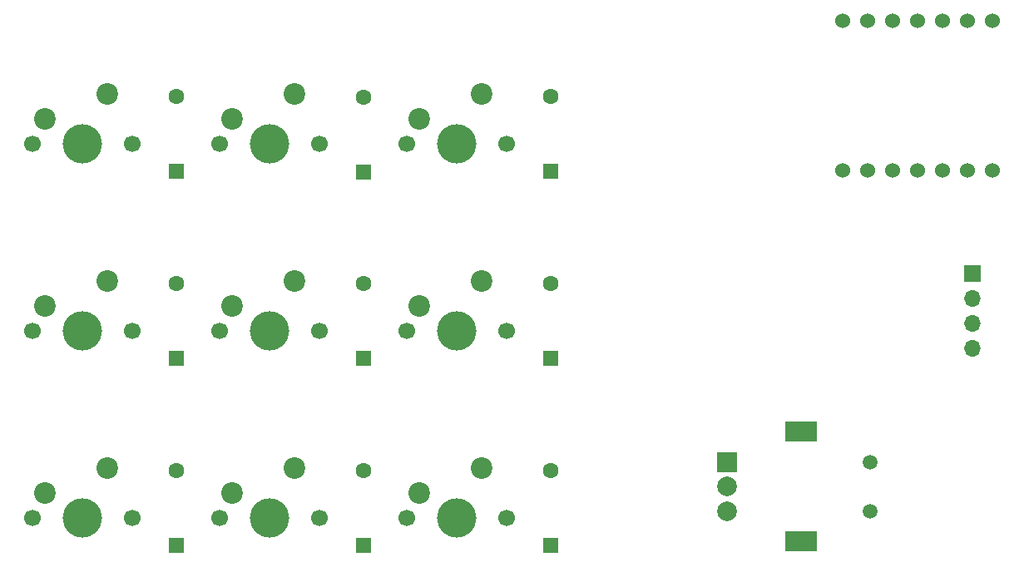
<source format=gbr>
%TF.GenerationSoftware,KiCad,Pcbnew,9.0.2*%
%TF.CreationDate,2025-07-02T20:50:27-04:00*%
%TF.ProjectId,Hackpad,4861636b-7061-4642-9e6b-696361645f70,rev?*%
%TF.SameCoordinates,Original*%
%TF.FileFunction,Soldermask,Bot*%
%TF.FilePolarity,Negative*%
%FSLAX46Y46*%
G04 Gerber Fmt 4.6, Leading zero omitted, Abs format (unit mm)*
G04 Created by KiCad (PCBNEW 9.0.2) date 2025-07-02 20:50:27*
%MOMM*%
%LPD*%
G01*
G04 APERTURE LIST*
G04 Aperture macros list*
%AMRoundRect*
0 Rectangle with rounded corners*
0 $1 Rounding radius*
0 $2 $3 $4 $5 $6 $7 $8 $9 X,Y pos of 4 corners*
0 Add a 4 corners polygon primitive as box body*
4,1,4,$2,$3,$4,$5,$6,$7,$8,$9,$2,$3,0*
0 Add four circle primitives for the rounded corners*
1,1,$1+$1,$2,$3*
1,1,$1+$1,$4,$5*
1,1,$1+$1,$6,$7*
1,1,$1+$1,$8,$9*
0 Add four rect primitives between the rounded corners*
20,1,$1+$1,$2,$3,$4,$5,0*
20,1,$1+$1,$4,$5,$6,$7,0*
20,1,$1+$1,$6,$7,$8,$9,0*
20,1,$1+$1,$8,$9,$2,$3,0*%
G04 Aperture macros list end*
%ADD10O,1.700000X1.700000*%
%ADD11R,1.700000X1.700000*%
%ADD12C,1.700000*%
%ADD13C,4.000000*%
%ADD14C,2.200000*%
%ADD15RoundRect,0.250000X0.550000X-0.550000X0.550000X0.550000X-0.550000X0.550000X-0.550000X-0.550000X0*%
%ADD16C,1.600000*%
%ADD17C,1.524000*%
%ADD18C,1.500000*%
%ADD19R,2.000000X2.000000*%
%ADD20C,2.000000*%
%ADD21R,3.200000X2.000000*%
G04 APERTURE END LIST*
D10*
%TO.C,U2*%
X223915000Y-87525000D03*
X223915000Y-84985000D03*
X223915000Y-82445000D03*
D11*
X223915000Y-79905000D03*
%TD*%
D12*
%TO.C,SW7*%
X128270000Y-104775000D03*
D13*
X133350000Y-104775000D03*
D12*
X138430000Y-104775000D03*
D14*
X135890000Y-99695000D03*
X129540000Y-102235000D03*
%TD*%
D12*
%TO.C,SW5*%
X147320000Y-85725000D03*
D13*
X152400000Y-85725000D03*
D12*
X157480000Y-85725000D03*
D14*
X154940000Y-80645000D03*
X148590000Y-83185000D03*
%TD*%
D15*
%TO.C,D9*%
X180975000Y-107632500D03*
D16*
X180975000Y-100012500D03*
%TD*%
D15*
%TO.C,D8*%
X161925000Y-107632500D03*
D16*
X161925000Y-100012500D03*
%TD*%
D15*
%TO.C,D6*%
X180975000Y-88582500D03*
D16*
X180975000Y-80962500D03*
%TD*%
D12*
%TO.C,SW1*%
X128270000Y-66675000D03*
D13*
X133350000Y-66675000D03*
D12*
X138430000Y-66675000D03*
D14*
X135890000Y-61595000D03*
X129540000Y-64135000D03*
%TD*%
D12*
%TO.C,SW6*%
X166370000Y-85725000D03*
D13*
X171450000Y-85725000D03*
D12*
X176530000Y-85725000D03*
D14*
X173990000Y-80645000D03*
X167640000Y-83185000D03*
%TD*%
D12*
%TO.C,SW2*%
X147320000Y-66675000D03*
D13*
X152400000Y-66675000D03*
D12*
X157480000Y-66675000D03*
D14*
X154940000Y-61595000D03*
X148590000Y-64135000D03*
%TD*%
D17*
%TO.C,U1*%
X225920000Y-54180000D03*
X223380000Y-54180000D03*
X220840000Y-54180000D03*
X218300000Y-54180000D03*
X215760000Y-54180000D03*
X213220000Y-54180000D03*
X210680000Y-54180000D03*
X210680000Y-69420000D03*
X213220000Y-69420000D03*
X215760000Y-69420000D03*
X218300000Y-69420000D03*
X220840000Y-69420000D03*
X223380000Y-69420000D03*
X225920000Y-69420000D03*
%TD*%
D15*
%TO.C,D5*%
X161925000Y-88582500D03*
D16*
X161925000Y-80962500D03*
%TD*%
D12*
%TO.C,SW3*%
X166370000Y-66675000D03*
D13*
X171450000Y-66675000D03*
D12*
X176530000Y-66675000D03*
D14*
X173990000Y-61595000D03*
X167640000Y-64135000D03*
%TD*%
D12*
%TO.C,SW8*%
X147320000Y-104775000D03*
D13*
X152400000Y-104775000D03*
D12*
X157480000Y-104775000D03*
D14*
X154940000Y-99695000D03*
X148590000Y-102235000D03*
%TD*%
D15*
%TO.C,D4*%
X142875000Y-88582500D03*
D16*
X142875000Y-80962500D03*
%TD*%
D12*
%TO.C,SW9*%
X166370000Y-104775000D03*
D13*
X171450000Y-104775000D03*
D12*
X176530000Y-104775000D03*
D14*
X173990000Y-99695000D03*
X167640000Y-102235000D03*
%TD*%
D15*
%TO.C,D1*%
X142875000Y-69532500D03*
D16*
X142875000Y-61912500D03*
%TD*%
D15*
%TO.C,D7*%
X142875000Y-107632500D03*
D16*
X142875000Y-100012500D03*
%TD*%
D15*
%TO.C,D2*%
X161925000Y-69578750D03*
D16*
X161925000Y-61958750D03*
%TD*%
D18*
%TO.C,SW10*%
X213475000Y-99100000D03*
X213475000Y-104100000D03*
D19*
X198975000Y-99100000D03*
D20*
X198975000Y-104100000D03*
X198975000Y-101600000D03*
D21*
X206475000Y-96000000D03*
X206475000Y-107200000D03*
%TD*%
D12*
%TO.C,SW4*%
X128270000Y-85725000D03*
D13*
X133350000Y-85725000D03*
D12*
X138430000Y-85725000D03*
D14*
X135890000Y-80645000D03*
X129540000Y-83185000D03*
%TD*%
D15*
%TO.C,D3*%
X180975000Y-69532500D03*
D16*
X180975000Y-61912500D03*
%TD*%
M02*

</source>
